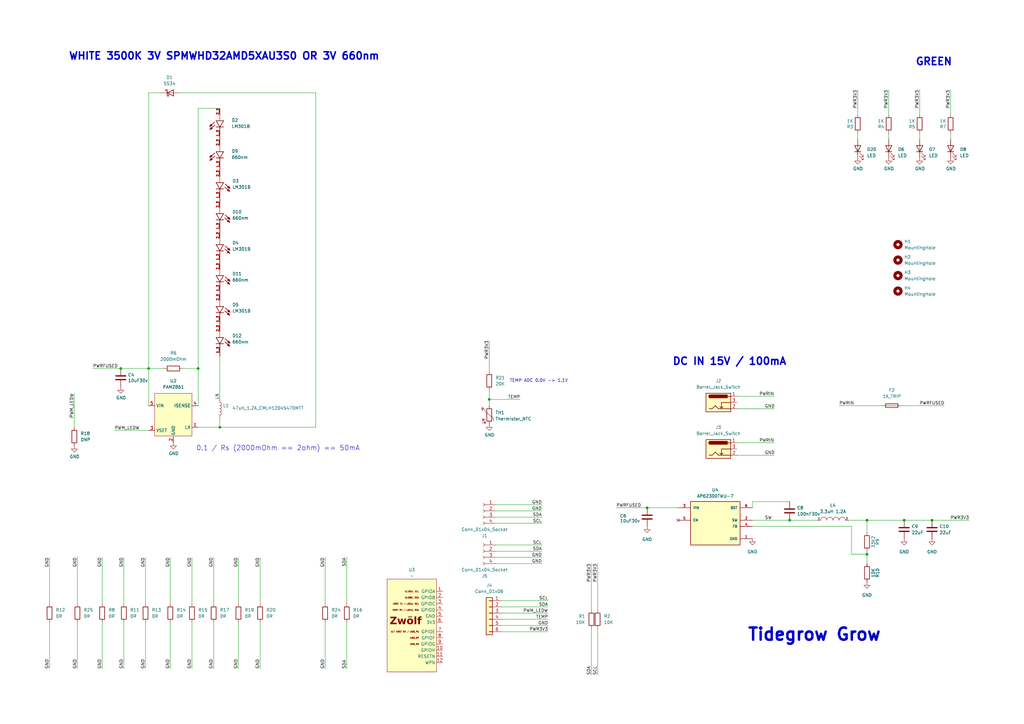
<source format=kicad_sch>
(kicad_sch (version 20231120) (generator "eeschema") (generator_version "8.0")
  (paper "A3")
  (title_block (title "Tidegrow Grow Light") (date "2024-04-19") (rev "V1") (company "Copyright © 2024 Lone Dynamics Corporation"))
  (lib_symbols
    (symbol "Connector:Barrel_Jack_Switch" (pin_names hide)
      (property "Reference" "J" (at 0 5.334 0))
      (property "Value" "Barrel_Jack_Switch" (at 0 -5.08 0))
      (symbol "Barrel_Jack_Switch_0_1"
        (rectangle (start -5.08 3.81) (end 5.08 -3.81) (stroke (width 0.254)) (fill (type background)))
        (arc (start -3.302 3.175) (mid -3.9343 2.54) (end -3.302 1.905) (stroke (width 0.254)))
        (arc (start -3.302 3.175) (mid -3.9343 2.54) (end -3.302 1.905) (stroke (width 0.254)) (fill (type outline)))
        (polyline (pts (xy 1.27 -2.286) (xy 1.905 -1.651)) (stroke (width 0.254)))
        (polyline (pts (xy 5.08 2.54) (xy 3.81 2.54)) (stroke (width 0.254)))
        (polyline (pts (xy 5.08 0) (xy 1.27 0) (xy 1.27 -2.286) (xy 0.635 -1.651)) (stroke (width 0.254)))
        (polyline (pts (xy -3.81 -2.54) (xy -2.54 -2.54) (xy -1.27 -1.27) (xy 0 -2.54) (xy 2.54 -2.54) (xy 5.08 -2.54)) (stroke (width 0.254)))
        (rectangle (start 3.683 3.175) (end -3.302 1.905) (stroke (width 0.254)) (fill (type outline)))
      )
      (symbol "Barrel_Jack_Switch_1_1"
        (pin passive line (at 7.62 2.54 180) (length 2.54) (name "~") (number "1"))
        (pin passive line (at 7.62 -2.54 180) (length 2.54) (name "~") (number "2"))
        (pin passive line (at 7.62 0 180) (length 2.54) (name "~") (number "3"))
      )
    )
    (symbol "Connector:Conn_01x04_Socket" (pin_names (offset 1.016) hide)
      (property "Reference" "J" (at 0 5.08 0))
      (property "Value" "Conn_01x04_Socket" (at 0 -7.62 0))
      (symbol "Conn_01x04_Socket_1_1"
        (arc (start 0 -4.572) (mid -0.5058 -5.08) (end 0 -5.588) (stroke (width 0.1524)))
        (arc (start 0 -2.032) (mid -0.5058 -2.54) (end 0 -3.048) (stroke (width 0.1524)))
        (polyline (pts (xy -1.27 -5.08) (xy -0.508 -5.08)) (stroke (width 0.1524)))
        (polyline (pts (xy -1.27 -2.54) (xy -0.508 -2.54)) (stroke (width 0.1524)))
        (polyline (pts (xy -1.27 0) (xy -0.508 0)) (stroke (width 0.1524)))
        (polyline (pts (xy -1.27 2.54) (xy -0.508 2.54)) (stroke (width 0.1524)))
        (arc (start 0 0.508) (mid -0.5058 0) (end 0 -0.508) (stroke (width 0.1524)))
        (arc (start 0 3.048) (mid -0.5058 2.54) (end 0 2.032) (stroke (width 0.1524)))
        (pin passive line (at -5.08 2.54 0) (length 3.81) (name "Pin_1") (number "1"))
        (pin passive line (at -5.08 0 0) (length 3.81) (name "Pin_2") (number "2"))
        (pin passive line (at -5.08 -2.54 0) (length 3.81) (name "Pin_3") (number "3"))
        (pin passive line (at -5.08 -5.08 0) (length 3.81) (name "Pin_4") (number "4"))
      )
    )
    (symbol "Connector_Generic:Conn_01x06" (pin_names (offset 1.016) hide)
      (property "Reference" "J" (at 0 7.62 0))
      (property "Value" "Conn_01x06" (at 0 -10.16 0))
      (symbol "Conn_01x06_1_1"
        (rectangle (start -1.27 -7.493) (end 0 -7.747) (stroke (width 0.1524)))
        (rectangle (start -1.27 -4.953) (end 0 -5.207) (stroke (width 0.1524)))
        (rectangle (start -1.27 -2.413) (end 0 -2.667) (stroke (width 0.1524)))
        (rectangle (start -1.27 0.127) (end 0 -0.127) (stroke (width 0.1524)))
        (rectangle (start -1.27 2.667) (end 0 2.413) (stroke (width 0.1524)))
        (rectangle (start -1.27 5.207) (end 0 4.953) (stroke (width 0.1524)))
        (rectangle (start -1.27 6.35) (end 1.27 -8.89) (stroke (width 0.254)) (fill (type background)))
        (pin passive line (at -5.08 5.08 0) (length 3.81) (name "Pin_1") (number "1"))
        (pin passive line (at -5.08 2.54 0) (length 3.81) (name "Pin_2") (number "2"))
        (pin passive line (at -5.08 0 0) (length 3.81) (name "Pin_3") (number "3"))
        (pin passive line (at -5.08 -2.54 0) (length 3.81) (name "Pin_4") (number "4"))
        (pin passive line (at -5.08 -5.08 0) (length 3.81) (name "Pin_5") (number "5"))
        (pin passive line (at -5.08 -7.62 0) (length 3.81) (name "Pin_6") (number "6"))
      )
    )
    (symbol "Device:C" (pin_numbers hide) (pin_names (offset 0.254))
      (property "Reference" "C" (at 0.635 2.54 0))
      (property "Value" "C" (at 0.635 -2.54 0))
      (symbol "C_0_1"
        (polyline (pts (xy -2.032 -0.762) (xy 2.032 -0.762)) (stroke (width 0.508)))
        (polyline (pts (xy -2.032 0.762) (xy 2.032 0.762)) (stroke (width 0.508)))
      )
      (symbol "C_1_1"
        (pin passive line (at 0 3.81 270) (length 2.794) (name "~") (number "1"))
        (pin passive line (at 0 -3.81 90) (length 2.794) (name "~") (number "2"))
      )
    )
    (symbol "Device:D_Schottky" (pin_numbers hide) (pin_names (offset 1.016) hide)
      (property "Reference" "D" (at 0 2.54 0))
      (property "Value" "D_Schottky" (at 0 -2.54 0))
      (symbol "D_Schottky_0_1"
        (polyline (pts (xy 1.27 0) (xy -1.27 0)))
        (polyline (pts (xy 1.27 1.27) (xy 1.27 -1.27) (xy -1.27 0) (xy 1.27 1.27)) (stroke (width 0.254)))
        (polyline (pts (xy -1.905 0.635) (xy -1.905 1.27) (xy -1.27 1.27) (xy -1.27 -1.27) (xy -0.635 -1.27) (xy -0.635 -0.635)) (stroke (width 0.254)))
      )
      (symbol "D_Schottky_1_1"
        (pin passive line (at -3.81 0 0) (length 2.54) (name "K") (number "1"))
        (pin passive line (at 3.81 0 180) (length 2.54) (name "A") (number "2"))
      )
    )
    (symbol "Device:Fuse" (pin_numbers hide) (pin_names (offset 0))
      (property "Reference" "F" (at 2.032 0 90))
      (property "Value" "Fuse" (at -1.905 0 90))
      (symbol "Fuse_0_1"
        (rectangle (start -0.762 -2.54) (end 0.762 2.54) (stroke (width 0.254)))
        (polyline (pts (xy 0 2.54) (xy 0 -2.54)))
      )
      (symbol "Fuse_1_1"
        (pin passive line (at 0 3.81 270) (length 1.27) (name "~") (number "1"))
        (pin passive line (at 0 -3.81 90) (length 1.27) (name "~") (number "2"))
      )
    )
    (symbol "Device:L" (pin_numbers hide) (pin_names (offset 1.016) hide)
      (property "Reference" "L" (at -1.27 0 90))
      (property "Value" "L" (at 1.905 0 90))
      (symbol "L_0_1"
        (arc (start 0 -2.54) (mid 0.6323 -1.905) (end 0 -1.27))
        (arc (start 0 -1.27) (mid 0.6323 -0.635) (end 0 0))
        (arc (start 0 0) (mid 0.6323 0.635) (end 0 1.27))
        (arc (start 0 1.27) (mid 0.6323 1.905) (end 0 2.54))
      )
      (symbol "L_1_1"
        (pin passive line (at 0 3.81 270) (length 1.27) (name "1") (number "1"))
        (pin passive line (at 0 -3.81 90) (length 1.27) (name "2") (number "2"))
      )
    )
    (symbol "Device:LED" (pin_numbers hide) (pin_names (offset 1.016) hide)
      (property "Reference" "D" (at 0 2.54 0))
      (property "Value" "LED" (at 0 -2.54 0))
      (symbol "LED_0_1"
        (polyline (pts (xy -1.27 -1.27) (xy -1.27 1.27)) (stroke (width 0.254)))
        (polyline (pts (xy -1.27 0) (xy 1.27 0)))
        (polyline (pts (xy 1.27 -1.27) (xy 1.27 1.27) (xy -1.27 0) (xy 1.27 -1.27)) (stroke (width 0.254)))
        (polyline (pts (xy -3.048 -0.762) (xy -4.572 -2.286) (xy -3.81 -2.286) (xy -4.572 -2.286) (xy -4.572 -1.524)))
        (polyline (pts (xy -1.778 -0.762) (xy -3.302 -2.286) (xy -2.54 -2.286) (xy -3.302 -2.286) (xy -3.302 -1.524)))
      )
      (symbol "LED_1_1"
        (pin passive line (at -3.81 0 0) (length 2.54) (name "K") (number "1"))
        (pin passive line (at 3.81 0 180) (length 2.54) (name "A") (number "2"))
      )
    )
    (symbol "Device:R" (pin_numbers hide) (pin_names (offset 0))
      (property "Reference" "R" (at 2.032 0 90))
      (property "Value" "R" (at 0 0 90))
      (symbol "R_0_1"
        (rectangle (start -1.016 -2.54) (end 1.016 2.54) (stroke (width 0.254)))
      )
      (symbol "R_1_1"
        (pin passive line (at 0 3.81 270) (length 1.27) (name "~") (number "1"))
        (pin passive line (at 0 -3.81 90) (length 1.27) (name "~") (number "2"))
      )
    )
    (symbol "Device:Thermistor_NTC" (pin_numbers hide) (pin_names (offset 0))
      (property "Reference" "TH" (at -4.445 0 90))
      (property "Value" "Thermistor_NTC" (at 3.175 0 90))
      (symbol "Thermistor_NTC_0_1"
        (arc (start -3.048 2.159) (mid -3.0495 2.3143) (end -3.175 2.413))
        (arc (start -3.048 2.159) (mid -2.9736 1.9794) (end -2.794 1.905))
        (arc (start -3.048 2.794) (mid -2.9736 2.6144) (end -2.794 2.54))
        (arc (start -2.794 1.905) (mid -2.6144 1.9794) (end -2.54 2.159))
        (arc (start -2.794 2.54) (mid -2.4393 2.5587) (end -2.159 2.794))
        (arc (start -2.794 3.048) (mid -2.9736 2.9736) (end -3.048 2.794))
        (arc (start -2.54 2.794) (mid -2.6144 2.9736) (end -2.794 3.048))
        (rectangle (start -1.016 2.54) (end 1.016 -2.54) (stroke (width 0.254)))
        (polyline (pts (xy -2.54 2.159) (xy -2.54 2.794)))
        (polyline (pts (xy -1.778 2.54) (xy -1.778 1.524) (xy 1.778 -1.524) (xy 1.778 -2.54)))
        (polyline (pts (xy -2.54 -3.683) (xy -2.54 -1.397) (xy -2.794 -2.159) (xy -2.286 -2.159) (xy -2.54 -1.397) (xy -2.54 -1.651)) (fill (type outline)))
        (polyline (pts (xy -1.778 -1.397) (xy -1.778 -3.683) (xy -2.032 -2.921) (xy -1.524 -2.921) (xy -1.778 -3.683) (xy -1.778 -3.429)) (fill (type outline)))
      )
      (symbol "Thermistor_NTC_1_1"
        (pin passive line (at 0 3.81 270) (length 1.27) (name "~") (number "1"))
        (pin passive line (at 0 -3.81 90) (length 1.27) (name "~") (number "2"))
      )
    )
    (symbol "LD-LEDS:SPMWHD32AMD5XAU0S0" (pin_names (offset 1.016))
      (property "Reference" "D" (at -3.0988 4.4958 0))
      (property "Value" "SPMWHD32AMD5XAU0S0" (at -3.556 -3.302 0))
      (symbol "SPMWHD32AMD5XAU0S0_0_0"
        (polyline (pts (xy -2.54 -1.524) (xy 0 0)) (stroke (width 0.254)))
        (polyline (pts (xy -2.54 0) (xy -5.08 0)) (stroke (width 0.1524)))
        (polyline (pts (xy -2.54 0) (xy -2.54 -1.524)) (stroke (width 0.254)))
        (polyline (pts (xy -2.54 1.524) (xy -2.54 0)) (stroke (width 0.254)))
        (polyline (pts (xy -1.1176 3.683) (xy -0.2286 4.1656)) (stroke (width 0.254)))
        (polyline (pts (xy -0.9398 3.6068) (xy -0.7112 3.7592)) (stroke (width 0.254)))
        (polyline (pts (xy -0.5588 3.2004) (xy -1.1176 3.683)) (stroke (width 0.254)))
        (polyline (pts (xy -0.5588 3.2004) (xy -0.5334 3.937)) (stroke (width 0.254)))
        (polyline (pts (xy -0.5334 3.937) (xy -0.6604 3.937)) (stroke (width 0.254)))
        (polyline (pts (xy -0.2286 4.1656) (xy -2.0066 2.1336)) (stroke (width 0.254)))
        (polyline (pts (xy -0.2286 4.1656) (xy -0.5588 3.2004)) (stroke (width 0.254)))
        (polyline (pts (xy 0 0) (xy -2.54 1.524)) (stroke (width 0.254)))
        (polyline (pts (xy 0 1.524) (xy 0 -1.524)) (stroke (width 0.254)))
        (polyline (pts (xy 0.127 3.5814) (xy 1.016 4.064)) (stroke (width 0.254)))
        (polyline (pts (xy 0.3048 3.5052) (xy 0.5334 3.6576)) (stroke (width 0.254)))
        (polyline (pts (xy 0.6858 3.0988) (xy 0.127 3.5814)) (stroke (width 0.254)))
        (polyline (pts (xy 0.6858 3.0988) (xy 0.7112 3.8354)) (stroke (width 0.254)))
        (polyline (pts (xy 0.7112 3.8354) (xy 0.5842 3.8354)) (stroke (width 0.254)))
        (polyline (pts (xy 1.016 4.064) (xy -0.762 2.032)) (stroke (width 0.254)))
        (polyline (pts (xy 1.016 4.064) (xy 0.6858 3.0988)) (stroke (width 0.254)))
        (pin passive line (at 5.08 0 180) (length 5.08) (name "~") (number "1_1"))
        (pin passive line (at 5.08 0 180) (length 5.08) (name "~") (number "1_2"))
        (pin passive line (at -7.62 0 0) (length 2.54) (name "~") (number "2_1"))
        (pin passive line (at -7.62 0 0) (length 2.54) (name "~") (number "2_2"))
      )
    )
    (symbol "LD-MISC:PAM2861"
      (property "Reference" "U" (at -2.54 7.366 0))
      (property "Value" "PAM2861" (at -0.254 4.572 0))
      (symbol "PAM2861_0_1"
        (rectangle (start -7.62 6.35) (end 7.62 -11.176) (fill (type background)))
      )
      (symbol "PAM2861_1_1"
        (pin input line (at 10.16 -7.62 180) (length 2.54) (name "LX") (number "1"))
        (pin power_in line (at 0 -13.97 90) (length 2.54) (name "GND") (number "2"))
        (pin power_out line (at -10.16 -8.89 0) (length 2.54) (name "VSET") (number "3"))
        (pin power_in line (at 10.16 1.27 180) (length 2.54) (name "ISENSE") (number "4"))
        (pin power_in line (at -10.16 1.27 0) (length 2.54) (name "VIN") (number "5"))
      )
    )
    (symbol "LD-MODULES:LD-ZWOLF"
      (property "Reference" "U" (at 0 8.128 0))
      (symbol "LD-ZWOLF_1_1"
        (rectangle (start -10.16 10.16) (end 10.16 -27.94) (fill (type background)))
        (text "ALT HOST RX / USB_PU" (at 3.048 -11.43 0) (effects (font (size 0.635 0.635)) (justify right)))
        (text "GLOBAL SCL" (at 3.048 5.08 0) (effects (font (size 0.635 0.635) (bold yes)) (justify right)))
        (text "GLOBAL SDA" (at 3.048 2.54 0) (effects (font (size 0.635 0.635)) (justify right)))
        (text "HOST RX / LOCAL SDA" (at 3.048 -2.54 0) (effects (font (size 0.635 0.635)) (justify right)))
        (text "HOST TX / LOCAL SCL" (at 3.048 0 0) (effects (font (size 0.635 0.635)) (justify right)))
        (text "USB_DN" (at 3.048 -16.51 0) (effects (font (size 0.635 0.635)) (justify right)))
        (text "USB_DP" (at 3.048 -13.97 0) (effects (font (size 0.635 0.635)) (justify right)))
        (text "Zwölf" (at -2.54 -7.112 0) (effects (font (size 3 3))))
        (pin bidirectional line (at 12.7 5.08 180) (length 2.54) (name "GPIOA") (number "1"))
        (pin bidirectional line (at 12.7 -19.05 180) (length 2.54) (name "GPIOH") (number "10"))
        (pin input line (at 12.7 -21.59 180) (length 2.54) (name "RESETN") (number "11"))
        (pin input line (at 12.7 -24.13 180) (length 2.54) (name "WPN") (number "12"))
        (pin bidirectional line (at 12.7 2.54 180) (length 2.54) (name "GPIOB") (number "2"))
        (pin bidirectional line (at 12.7 0 180) (length 2.54) (name "GPIOC") (number "3"))
        (pin bidirectional line (at 12.7 -2.54 180) (length 2.54) (name "GPIOD") (number "4"))
        (pin power_out line (at 12.7 -5.08 180) (length 2.54) (name "GND") (number "5"))
        (pin power_in line (at 12.7 -7.62 180) (length 2.54) (name "3V3") (number "6"))
        (pin bidirectional line (at 12.7 -11.43 180) (length 2.54) (name "GPIOE") (number "7"))
        (pin bidirectional line (at 12.7 -13.97 180) (length 2.54) (name "GPIOF") (number "8"))
        (pin bidirectional line (at 12.7 -16.51 180) (length 2.54) (name "GPIOG") (number "9"))
      )
    )
    (symbol "Mechanical:MountingHole" (pin_names (offset 1.016)) (exclude_from_sim yes) (in_bom no)
      (property "Reference" "H" (at 0 5.08 0))
      (property "Value" "MountingHole" (at 0 3.175 0))
      (symbol "MountingHole_0_1"
        (circle (center 0 0) (radius 1.27) (stroke (width 1.27)))
      )
    )
    (symbol "ld-power:AP62300TWU-7" (pin_names (offset 1.016))
      (property "Reference" "U" (at -10.16 8.382 0))
      (property "Value" "AP62300TWU-7" (at -10.16 -12.7 0))
      (symbol "AP62300TWU-7_0_0"
        (rectangle (start -10.16 -10.16) (end 10.16 7.62) (stroke (width 0.254)) (fill (type background)))
        (pin power_in line (at 15.24 -7.62 180) (length 5.08) (name "GND") (number "1"))
        (pin output line (at 15.24 0 180) (length 5.08) (name "SW") (number "2"))
        (pin input line (at -15.24 5.08 0) (length 5.08) (name "VIN") (number "3"))
        (pin input line (at 15.24 -2.54 180) (length 5.08) (name "FB") (number "4"))
        (pin input line (at -15.24 0 0) (length 5.08) (name "EN") (number "5"))
        (pin input line (at 15.24 5.08 180) (length 5.08) (name "BST") (number "6"))
      )
    )
    (symbol "power:GND" (power) (pin_names (offset 0))
      (property "Value" "GND" (at 0 -3.81 0))
      (symbol "GND_0_1"
        (polyline (pts (xy 0 0) (xy 0 -1.27) (xy 1.27 -1.27) (xy 0 -2.54) (xy -1.27 -1.27) (xy 0 -1.27)))
      )
      (symbol "GND_1_1"
        (pin power_in line (at 0 0 270) (length 0) hide (name "GND") (number "1"))
      )
    )
    (symbol "pspice:INDUCTOR" (pin_numbers hide) (pin_names (offset 0))
      (property "Reference" "L" (at 0 2.54 0))
      (property "Value" "INDUCTOR" (at 0 -1.27 0))
      (symbol "INDUCTOR_0_1"
        (arc (start -2.54 0) (mid -3.81 1.2645) (end -5.08 0))
        (arc (start 0 0) (mid -1.27 1.2645) (end -2.54 0))
        (arc (start 2.54 0) (mid 1.27 1.2645) (end 0 0))
        (arc (start 5.08 0) (mid 3.81 1.2645) (end 2.54 0))
      )
      (symbol "INDUCTOR_1_1"
        (pin input line (at -6.35 0 0) (length 1.27) (name "1") (number "1"))
        (pin input line (at 6.35 0 180) (length 1.27) (name "2") (number "2"))
      )
    )
  )
  (junction (at 81.28 151.13))
  (junction (at 370.84 213.36))
  (junction (at 355.6 227.33))
  (junction (at 60.96 151.13))
  (junction (at 200.66 163.83))
  (junction (at 90.17 175.26))
  (junction (at 265.43 208.28))
  (junction (at 355.6 213.36))
  (junction (at 382.27 213.36))
  (junction (at 49.53 151.13))
  (junction (at 323.85 213.36))
  (no_connect (at 278.13 213.36))
  (wire (pts (xy 30.48 161.29) (xy 30.48 175.26)))
  (wire (pts (xy 200.66 139.7) (xy 200.66 152.4)))
  (wire (pts (xy 81.28 175.26) (xy 90.17 175.26)))
  (wire (pts (xy 351.79 36.83) (xy 351.79 46.99)))
  (wire (pts (xy 382.27 213.36) (xy 397.51 213.36)))
  (wire (pts (xy 50.8 274.32) (xy 50.8 255.27)))
  (wire (pts (xy 245.11 250.19) (xy 245.11 231.14)))
  (wire (pts (xy 31.75 274.32) (xy 31.75 255.27)))
  (wire (pts (xy 364.49 36.83) (xy 364.49 46.99)))
  (wire (pts (xy 361.95 166.37) (xy 344.17 166.37)))
  (wire (pts (xy 355.6 213.36) (xy 355.6 218.44)))
  (wire (pts (xy 224.79 259.08) (xy 205.74 259.08)))
  (wire (pts (xy 224.79 251.46) (xy 205.74 251.46)))
  (wire (pts (xy 222.25 214.63) (xy 203.2 214.63)))
  (wire (pts (xy 323.85 213.36) (xy 335.28 213.36)))
  (wire (pts (xy 106.68 228.6) (xy 106.68 247.65)))
  (wire (pts (xy 87.63 274.32) (xy 87.63 255.27)))
  (wire (pts (xy 355.6 226.06) (xy 355.6 227.33)))
  (wire (pts (xy 97.79 274.32) (xy 97.79 255.27)))
  (wire (pts (xy 389.89 54.61) (xy 389.89 57.15)))
  (wire (pts (xy 222.25 207.01) (xy 203.2 207.01)))
  (wire (pts (xy 265.43 208.28) (xy 278.13 208.28)))
  (wire (pts (xy 224.79 248.92) (xy 205.74 248.92)))
  (wire (pts (xy 349.25 215.9) (xy 349.25 227.33)))
  (wire (pts (xy 69.85 228.6) (xy 69.85 247.65)))
  (wire (pts (xy 302.26 162.56) (xy 317.5 162.56)))
  (wire (pts (xy 41.91 228.6) (xy 41.91 247.65)))
  (wire (pts (xy 78.74 274.32) (xy 78.74 255.27)))
  (wire (pts (xy 20.32 228.6) (xy 20.32 247.65)))
  (wire (pts (xy 302.26 186.69) (xy 317.5 186.69)))
  (wire (pts (xy 59.69 274.32) (xy 59.69 255.27)))
  (wire (pts (xy 20.32 274.32) (xy 20.32 255.27)))
  (wire (pts (xy 302.26 181.61) (xy 317.5 181.61)))
  (wire (pts (xy 81.28 151.13) (xy 74.93 151.13)))
  (wire (pts (xy 389.89 36.83) (xy 389.89 46.99)))
  (wire (pts (xy 308.61 205.74) (xy 308.61 208.28)))
  (wire (pts (xy 222.25 231.14) (xy 203.2 231.14)))
  (wire (pts (xy 222.25 212.09) (xy 203.2 212.09)))
  (wire (pts (xy 355.6 213.36) (xy 370.84 213.36)))
  (wire (pts (xy 302.26 167.64) (xy 317.5 167.64)))
  (wire (pts (xy 222.25 209.55) (xy 203.2 209.55)))
  (wire (pts (xy 38.1 151.13) (xy 49.53 151.13)))
  (wire (pts (xy 90.17 175.26) (xy 90.17 171.45)))
  (wire (pts (xy 242.57 276.86) (xy 242.57 257.81)))
  (wire (pts (xy 78.74 228.6) (xy 78.74 247.65)))
  (wire (pts (xy 60.96 38.1) (xy 60.96 151.13)))
  (wire (pts (xy 69.85 274.32) (xy 69.85 255.27)))
  (wire (pts (xy 245.11 276.86) (xy 245.11 257.81)))
  (wire (pts (xy 41.91 274.32) (xy 41.91 255.27)))
  (wire (pts (xy 60.96 166.37) (xy 60.96 151.13)))
  (wire (pts (xy 224.79 254) (xy 205.74 254)))
  (wire (pts (xy 50.8 228.6) (xy 50.8 247.65)))
  (wire (pts (xy 308.61 215.9) (xy 349.25 215.9)))
  (wire (pts (xy 59.69 228.6) (xy 59.69 247.65)))
  (wire (pts (xy 106.68 274.32) (xy 106.68 255.27)))
  (wire (pts (xy 66.04 38.1) (xy 60.96 38.1)))
  (wire (pts (xy 60.96 151.13) (xy 67.31 151.13)))
  (wire (pts (xy 200.66 160.02) (xy 200.66 163.83)))
  (wire (pts (xy 308.61 213.36) (xy 323.85 213.36)))
  (wire (pts (xy 81.28 166.37) (xy 81.28 151.13)))
  (wire (pts (xy 242.57 250.19) (xy 242.57 231.14)))
  (wire (pts (xy 200.66 163.83) (xy 213.36 163.83)))
  (wire (pts (xy 369.57 166.37) (xy 387.35 166.37)))
  (wire (pts (xy 73.66 38.1) (xy 129.54 38.1)))
  (wire (pts (xy 364.49 54.61) (xy 364.49 57.15)))
  (wire (pts (xy 370.84 213.36) (xy 382.27 213.36)))
  (wire (pts (xy 31.75 228.6) (xy 31.75 247.65)))
  (wire (pts (xy 252.73 208.28) (xy 265.43 208.28)))
  (wire (pts (xy 200.66 163.83) (xy 200.66 166.37)))
  (wire (pts (xy 46.99 176.53) (xy 60.96 176.53)))
  (wire (pts (xy 377.19 36.83) (xy 377.19 46.99)))
  (wire (pts (xy 224.79 246.38) (xy 205.74 246.38)))
  (wire (pts (xy 87.63 228.6) (xy 87.63 247.65)))
  (wire (pts (xy 222.25 223.52) (xy 203.2 223.52)))
  (wire (pts (xy 349.25 227.33) (xy 355.6 227.33)))
  (wire (pts (xy 81.28 44.45) (xy 81.28 151.13)))
  (wire (pts (xy 142.24 274.32) (xy 142.24 255.27)))
  (wire (pts (xy 347.98 213.36) (xy 355.6 213.36)))
  (wire (pts (xy 133.35 228.6) (xy 133.35 247.65)))
  (wire (pts (xy 222.25 226.06) (xy 203.2 226.06)))
  (wire (pts (xy 90.17 146.05) (xy 90.17 163.83)))
  (wire (pts (xy 377.19 54.61) (xy 377.19 57.15)))
  (wire (pts (xy 142.24 228.6) (xy 142.24 247.65)))
  (wire (pts (xy 133.35 274.32) (xy 133.35 255.27)))
  (wire (pts (xy 355.6 227.33) (xy 355.6 231.14)))
  (wire (pts (xy 129.54 175.26) (xy 90.17 175.26)))
  (wire (pts (xy 222.25 228.6) (xy 203.2 228.6)))
  (wire (pts (xy 351.79 54.61) (xy 351.79 57.15)))
  (wire (pts (xy 49.53 151.13) (xy 60.96 151.13)))
  (wire (pts (xy 129.54 38.1) (xy 129.54 175.26)))
  (wire (pts (xy 97.79 228.6) (xy 97.79 247.65)))
  (wire (pts (xy 224.79 256.54) (xy 205.74 256.54)))
  (wire (pts (xy 81.28 44.45) (xy 90.17 44.45)))
  (wire (pts (xy 323.85 205.74) (xy 308.61 205.74)))
  (text "DC IN 15V / 100mA" (at 299.212 148.336 0) (effects (font (size 3 3) (thickness 0.6) (bold yes))))
  (text "TEMP ADC 0.0V -> 1.1V" (at 220.98 156.21 0) (effects (font (size 1.27 1.27))))
  (text "Tidegrow Grow" (at 334.01 260.35 0) (effects (font (size 5 5) (thickness 1) (bold yes))))
  (text "WHITE 3500K 3V SPMWHD32AMD5XAU3S0 OR 3V 660nm" (at 91.948 23.114 0) (effects (font (size 3 3) (thickness 0.6) (bold yes))))
  (text "0.1 / Rs (2000mOhm == 2ohm) == 50mA" (at 114.046 183.896 0) (effects (font (size 2 2))))
  (text "GREEN" (at 383.032 25.4 0) (effects (font (size 3 3) (thickness 0.6) (bold yes))))
  (label "SDA" (at 224.79 248.92 180))
  (label "SDA" (at 222.25 212.09 180))
  (label "PWR3V3" (at 200.66 147.32 90))
  (label "TEMP" (at 224.79 254 180))
  (label "PWRFUSED" (at 387.35 166.37 180))
  (label "GND" (at 50.8 228.6 270))
  (label "TEMP" (at 213.36 163.83 180))
  (label "SCL" (at 222.25 214.63 180))
  (label "GND" (at 59.69 274.32 90))
  (label "GND" (at 222.25 228.6 180))
  (label "PWR3V3" (at 245.11 231.14 270))
  (label "PWM_LEDW" (at 46.99 176.53 0))
  (label "PWRIN" (at 344.17 166.37 0))
  (label "GND" (at 133.35 228.6 270))
  (label "GND" (at 41.91 274.32 90))
  (label "PWR3V3" (at 377.19 36.83 270))
  (label "GND" (at 222.25 209.55 180))
  (label "GND" (at 41.91 228.6 270))
  (label "GND" (at 222.25 207.01 180))
  (label "GND" (at 31.75 274.32 90))
  (label "GND" (at 87.63 274.32 90))
  (label "GND" (at 106.68 228.6 270))
  (label "GND" (at 31.75 228.6 270))
  (label "SCL" (at 224.79 246.38 180))
  (label "SDA" (at 142.24 228.6 270))
  (label "GND" (at 87.63 228.6 270))
  (label "SCL" (at 245.11 276.86 90))
  (label "SCL" (at 222.25 223.52 180))
  (label "GND" (at 69.85 274.32 90))
  (label "GND" (at 97.79 274.32 90))
  (label "GND" (at 97.79 228.6 270))
  (label "PWM_LEDW" (at 224.79 251.46 180))
  (label "PWRIN" (at 317.5 181.61 180))
  (label "PWR3V3" (at 364.49 36.83 270))
  (label "GND" (at 78.74 274.32 90))
  (label "SDA" (at 142.24 274.32 90))
  (label "SW" (at 313.69 213.36 0))
  (label "GND" (at 313.69 167.64 0))
  (label "PWR3V3" (at 389.89 36.83 270))
  (label "GND" (at 222.25 231.14 180))
  (label "GND" (at 224.79 256.54 180))
  (label "LN" (at 90.17 163.83 90))
  (label "PWR3V3" (at 224.79 259.08 180))
  (label "GND" (at 59.69 228.6 270))
  (label "PWRIN" (at 317.5 162.56 180))
  (label "GND" (at 78.74 228.6 270))
  (label "GND" (at 20.32 228.6 270))
  (label "SDA" (at 222.25 226.06 180))
  (label "PWM_LEDW" (at 30.48 161.29 270))
  (label "PWRFUSED" (at 38.1 151.13 0))
  (label "GND" (at 50.8 274.32 90))
  (label "PWR3V3" (at 397.51 213.36 180))
  (label "GND" (at 20.32 274.32 90))
  (label "GND" (at 106.68 274.32 90))
  (label "PWR3V3" (at 242.57 231.14 270))
  (label "GND" (at 313.69 186.69 0))
  (label "PWR3V3" (at 351.79 36.83 270))
  (label "SDA" (at 242.57 276.86 90))
  (label "GND" (at 133.35 274.32 90))
  (label "PWRFUSED" (at 252.73 208.28 0))
  (label "GND" (at 69.85 228.6 270))
  (symbol (lib_id "Device:R") (at 69.85 251.46 0) (unit 1)
    (property "Reference" "R14" (at 72.39 250.1899 0) (effects (justify left)))
    (property "Value" "0R" (at 72.39 252.7299 0) (effects (justify left)))
    (property "Footprint" "Resistor_SMD:R_1206_3216Metric" (effects (hide yes)))
    (property "Description" "Resistor" (effects (hide yes)))
  )
  (symbol (lib_id "Device:R") (at 245.11 254 180) (unit 1)
    (property "Reference" "R2" (at 247.65 252.7299 0) (effects (justify right)))
    (property "Value" "10K" (at 247.65 255.2699 0) (effects (justify right)))
    (property "Footprint" "Resistor_SMD:R_0603_1608Metric" (effects (hide yes)))
    (property "Description" "Resistor" (effects (hide yes)))
  )
  (symbol (lib_id "LD-LEDS:SPMWHD32AMD5XAU0S0") (at 90.17 115.57 270) (unit 1)
    (property "Reference" "D11" (at 95.25 112.2933 90) (effects (justify left)))
    (property "Value" "660nm" (at 95.25 114.8333 90) (effects (justify left)))
    (property "Footprint" "LD-LEDS:LED_PLCC_2835_KBIG" (effects (hide yes)))
    (property "MF" "Samsung Semiconductor, Inc." (effects (hide yes)))
    (property "MAXIMUM_PACKAGE_HEIGHT" "0.75mm" (effects (hide yes)))
    (property "Package" "1212 Samsung Semiconductor," (effects (hide yes)))
    (property "Price" "None" (effects (hide yes)))
    (property "Check_prices" "https://www.snapeda.com/parts/SPMWHD32AMD5XAU0S0/Samsung+Semiconductor%252C+Inc./view-part/?ref=eda" (effects (hide yes)))
    (property "STANDARD" "Manufacturer Recommendations" (effects (hide yes)))
    (property "PARTREV" "8" (effects (hide yes)))
    (property "SnapEDA_Link" "https://www.snapeda.com/parts/SPMWHD32AMD5XAU0S0/Samsung+Semiconductor%252C+Inc./view-part/?ref=snap" (effects (hide yes)))
    (property "MP" "SPMWHD32AMD5XAU0S0" (effects (hide yes)))
    (property "Description_1" "\nLED Lighting LM301B White, Warm 3500K 2.75V 65mA 120° 1212 (3030 Metric)\n" (effects (hide yes)))
    (property "Availability" "In Stock" (effects (hide yes)))
    (property "MANUFACTURER" "Samsung" (effects (hide yes)))
  )
  (symbol (lib_id "LD-LEDS:SPMWHD32AMD5XAU0S0") (at 90.17 52.07 90) (mirror x) (unit 1)
    (property "Reference" "D2" (at 94.996 49.276 90) (effects (justify right)))
    (property "Value" "LM301B" (at 94.996 51.816 90) (effects (justify right)))
    (property "Footprint" "LD-LEDS:LED_SPMWHD32AMD5XAU0S0" (effects (hide yes)))
    (property "MF" "Samsung Semiconductor, Inc." (effects (hide yes)))
    (property "MAXIMUM_PACKAGE_HEIGHT" "0.75mm" (effects (hide yes)))
    (property "Package" "1212 Samsung Semiconductor," (effects (hide yes)))
    (property "Price" "None" (effects (hide yes)))
    (property "Check_prices" "https://www.snapeda.com/parts/SPMWHD32AMD5XAU0S0/Samsung+Semiconductor%252C+Inc./view-part/?ref=eda" (effects (hide yes)))
    (property "STANDARD" "Manufacturer Recommendations" (effects (hide yes)))
    (property "PARTREV" "8" (effects (hide yes)))
    (property "SnapEDA_Link" "https://www.snapeda.com/parts/SPMWHD32AMD5XAU0S0/Samsung+Semiconductor%252C+Inc./view-part/?ref=snap" (effects (hide yes)))
    (property "MP" "SPMWHD32AMD5XAU0S0" (effects (hide yes)))
    (property "Description_1" "\nLED Lighting LM301B White, Warm 3500K 2.75V 65mA 120° 1212 (3030 Metric)\n" (effects (hide yes)))
    (property "Availability" "In Stock" (effects (hide yes)))
    (property "MANUFACTURER" "Samsung" (effects (hide yes)))
  )
  (symbol (lib_id "Device:L") (at 90.17 167.64 0) (unit 1)
    (property "Reference" "L1" (at 91.44 166.3699 0) (effects (justify left)))
    (property "Value" "47uH_1.2A_CMLH1204S470MTT" (at 95.25 167.386 0) (effects (justify left)))
    (property "Footprint" "Inductor_SMD:L_SXN_SMDRI127" (effects (hide yes)))
    (property "Description" "Inductor" (effects (hide yes)))
  )
  (symbol (lib_id "Connector:Barrel_Jack_Switch") (at 294.64 184.15 0) (unit 1)
    (property "Reference" "J3" (at 294.64 175.26 0))
    (property "Value" "Barrel_Jack_Switch" (at 294.64 177.8 0))
    (property "Footprint" "Connector_BarrelJack:BarrelJack_Wuerth_694108106102_2.5x5.5mm" (effects (hide yes)))
    (property "Description" "DC Barrel Jack with an internal switch" (effects (hide yes)))
  )
  (symbol (lib_id "LD-LEDS:SPMWHD32AMD5XAU0S0") (at 90.17 140.97 270) (unit 1)
    (property "Reference" "D12" (at 95.25 137.6933 90) (effects (justify left)))
    (property "Value" "660nm" (at 95.25 140.2333 90) (effects (justify left)))
    (property "Footprint" "LD-LEDS:LED_PLCC_2835_KBIG" (effects (hide yes)))
    (property "MF" "Samsung Semiconductor, Inc." (effects (hide yes)))
    (property "MAXIMUM_PACKAGE_HEIGHT" "0.75mm" (effects (hide yes)))
    (property "Package" "1212 Samsung Semiconductor," (effects (hide yes)))
    (property "Price" "None" (effects (hide yes)))
    (property "Check_prices" "https://www.snapeda.com/parts/SPMWHD32AMD5XAU0S0/Samsung+Semiconductor%252C+Inc./view-part/?ref=eda" (effects (hide yes)))
    (property "STANDARD" "Manufacturer Recommendations" (effects (hide yes)))
    (property "PARTREV" "8" (effects (hide yes)))
    (property "SnapEDA_Link" "https://www.snapeda.com/parts/SPMWHD32AMD5XAU0S0/Samsung+Semiconductor%252C+Inc./view-part/?ref=snap" (effects (hide yes)))
    (property "MP" "SPMWHD32AMD5XAU0S0" (effects (hide yes)))
    (property "Description_1" "\nLED Lighting LM301B White, Warm 3500K 2.75V 65mA 120° 1212 (3030 Metric)\n" (effects (hide yes)))
    (property "Availability" "In Stock" (effects (hide yes)))
    (property "MANUFACTURER" "Samsung" (effects (hide yes)))
  )
  (symbol (lib_id "Connector:Barrel_Jack_Switch") (at 294.64 165.1 0) (unit 1)
    (property "Reference" "J2" (at 294.64 156.21 0))
    (property "Value" "Barrel_Jack_Switch" (at 294.64 158.75 0))
    (property "Footprint" "Connector_BarrelJack:BarrelJack_Wuerth_694108106102_2.5x5.5mm" (effects (hide yes)))
    (property "Description" "DC Barrel Jack with an internal switch" (effects (hide yes)))
  )
  (symbol (lib_id "LD-LEDS:SPMWHD32AMD5XAU0S0") (at 90.17 90.17 270) (unit 1)
    (property "Reference" "D10" (at 95.25 86.8933 90) (effects (justify left)))
    (property "Value" "660nm" (at 95.25 89.4333 90) (effects (justify left)))
    (property "Footprint" "LD-LEDS:LED_PLCC_2835_KBIG" (effects (hide yes)))
    (property "MF" "Samsung Semiconductor, Inc." (effects (hide yes)))
    (property "MAXIMUM_PACKAGE_HEIGHT" "0.75mm" (effects (hide yes)))
    (property "Package" "1212 Samsung Semiconductor," (effects (hide yes)))
    (property "Price" "None" (effects (hide yes)))
    (property "Check_prices" "https://www.snapeda.com/parts/SPMWHD32AMD5XAU0S0/Samsung+Semiconductor%252C+Inc./view-part/?ref=eda" (effects (hide yes)))
    (property "STANDARD" "Manufacturer Recommendations" (effects (hide yes)))
    (property "PARTREV" "8" (effects (hide yes)))
    (property "SnapEDA_Link" "https://www.snapeda.com/parts/SPMWHD32AMD5XAU0S0/Samsung+Semiconductor%252C+Inc./view-part/?ref=snap" (effects (hide yes)))
    (property "MP" "SPMWHD32AMD5XAU0S0" (effects (hide yes)))
    (property "Description_1" "\nLED Lighting LM301B White, Warm 3500K 2.75V 65mA 120° 1212 (3030 Metric)\n" (effects (hide yes)))
    (property "Availability" "In Stock" (effects (hide yes)))
    (property "MANUFACTURER" "Samsung" (effects (hide yes)))
  )
  (symbol (lib_id "Device:R") (at 364.49 50.8 180) (unit 1)
    (property "Reference" "R4" (at 362.712 51.9684 0) (effects (justify left)))
    (property "Value" "1K" (at 362.712 49.657 0) (effects (justify left)))
    (property "Footprint" "Resistor_SMD:R_0603_1608Metric" (effects (hide yes)))
  )
  (symbol (lib_id "power:GND") (at 382.27 220.98 0) (unit 1)
    (property "Reference" "#PWR024" (effects (hide yes)))
    (property "Value" "GND" (at 382.27 226.314 0))
  )
  (symbol (lib_id "LD-LEDS:SPMWHD32AMD5XAU0S0") (at 90.17 128.27 270) (unit 1)
    (property "Reference" "D5" (at 95.25 124.9933 90) (effects (justify left)))
    (property "Value" "LM301B" (at 95.25 127.5333 90) (effects (justify left)))
    (property "Footprint" "LD-LEDS:LED_SPMWHD32AMD5XAU0S0" (effects (hide yes)))
    (property "MF" "Samsung Semiconductor, Inc." (effects (hide yes)))
    (property "MAXIMUM_PACKAGE_HEIGHT" "0.75mm" (effects (hide yes)))
    (property "Package" "1212 Samsung Semiconductor," (effects (hide yes)))
    (property "Price" "None" (effects (hide yes)))
    (property "Check_prices" "https://www.snapeda.com/parts/SPMWHD32AMD5XAU0S0/Samsung+Semiconductor%252C+Inc./view-part/?ref=eda" (effects (hide yes)))
    (property "STANDARD" "Manufacturer Recommendations" (effects (hide yes)))
    (property "PARTREV" "8" (effects (hide yes)))
    (property "SnapEDA_Link" "https://www.snapeda.com/parts/SPMWHD32AMD5XAU0S0/Samsung+Semiconductor%252C+Inc./view-part/?ref=snap" (effects (hide yes)))
    (property "MP" "SPMWHD32AMD5XAU0S0" (effects (hide yes)))
    (property "Description_1" "\nLED Lighting LM301B White, Warm 3500K 2.75V 65mA 120° 1212 (3030 Metric)\n" (effects (hide yes)))
    (property "Availability" "In Stock" (effects (hide yes)))
    (property "MANUFACTURER" "Samsung" (effects (hide yes)))
  )
  (symbol (lib_id "ld-power:AP62300TWU-7") (at 293.37 213.36 0) (unit 1)
    (property "Reference" "U4" (at 293.37 200.914 0))
    (property "Value" "AP62300TWU-7" (at 293.37 203.454 0))
    (property "Footprint" "Package_TO_SOT_SMD:TSOT-23-6" (effects (hide yes)))
    (property "STANDARD" "IPC 7351B" (effects (hide yes)))
    (property "SNAPEDA_PN" "AP62300TWU-7" (effects (hide yes)))
    (property "PARTREV" "Rev. 3 - 2" (effects (hide yes)))
    (property "MANUFACTURER" "Diodes Inc." (effects (hide yes)))
    (property "MAXIMUM_PACKAGE_HEIGHT" "1.0mm" (effects (hide yes)))
  )
  (symbol (lib_id "Device:Fuse") (at 365.76 166.37 90) (unit 1)
    (property "Reference" "F2" (at 365.76 160.02 90))
    (property "Value" "1A_TRIP" (at 365.76 162.56 90))
    (property "Footprint" "Fuse:Fuse_1210_3225Metric" (effects (hide yes)))
    (property "Description" "Fuse" (effects (hide yes)))
  )
  (symbol (lib_id "Device:LED") (at 377.19 60.96 90) (unit 1)
    (property "Reference" "D7" (at 381 61.2774 90) (effects (justify right)))
    (property "Value" "LED" (at 381 63.8174 90) (effects (justify right)))
    (property "Footprint" "LED_SMD:LED_1206_3216Metric" (effects (hide yes)))
    (property "Description" "Light emitting diode" (effects (hide yes)))
  )
  (symbol (lib_id "Device:D_Schottky") (at 69.85 38.1 0) (unit 1)
    (property "Reference" "D1" (at 69.5325 31.75 0))
    (property "Value" "SS34" (at 69.5325 34.29 0))
    (property "Footprint" "Diode_SMD:D_SMA" (effects (hide yes)))
    (property "Description" "Schottky diode" (effects (hide yes)))
  )
  (symbol (lib_id "Device:R") (at 355.6 234.95 180) (unit 1)
    (property "Reference" "R10" (at 359.918 234.95 90))
    (property "Value" "10K" (at 358.14 234.95 90))
    (property "Footprint" "Capacitor_SMD:C_0603_1608Metric" (effects (hide yes)))
  )
  (symbol (lib_id "Connector_Generic:Conn_01x06") (at 200.66 251.46 0) (mirror y) (unit 1)
    (property "Reference" "J4" (at 200.66 240.03 0))
    (property "Value" "Conn_01x06" (at 200.66 242.57 0))
    (property "Footprint" "LD-CONNECTORS:SPRING-MALE-6P-TIGHTHOLES" (effects (hide yes)))
    (property "Description" "Generic connector, single row, 01x06, script generated (kicad-library-utils/schlib/autogen/connector/)" (effects (hide yes)))
  )
  (symbol (lib_id "Device:C") (at 382.27 217.17 0) (unit 1)
    (property "Reference" "C10" (at 385.318 215.8999 0) (effects (justify left)))
    (property "Value" "22uF" (at 385.318 218.4399 0) (effects (justify left)))
    (property "Footprint" "Capacitor_SMD:C_0603_1608Metric" (effects (hide yes)))
  )
  (symbol (lib_id "Device:R") (at 142.24 251.46 0) (unit 1)
    (property "Reference" "R16" (at 144.78 250.1899 0) (effects (justify left)))
    (property "Value" "0R" (at 144.78 252.7299 0) (effects (justify left)))
    (property "Footprint" "Capacitor_SMD:C_0603_1608Metric" (effects (hide yes)))
    (property "Description" "Resistor" (effects (hide yes)))
  )
  (symbol (lib_id "pspice:INDUCTOR") (at 341.63 213.36 0) (unit 1)
    (property "Reference" "L4" (at 341.63 207.264 0))
    (property "Value" "3.3uH 1.2A" (at 341.63 209.804 0))
    (property "Footprint" "Inductor_SMD:L_1210_3225Metric" (effects (hide yes)))
  )
  (symbol (lib_id "power:GND") (at 377.19 64.77 0) (unit 1)
    (property "Reference" "#PWR2" (effects (hide yes)))
    (property "Value" "GND" (at 377.317 69.1642 0))
  )
  (symbol (lib_id "power:GND") (at 308.61 220.98 0) (unit 1)
    (property "Reference" "#PWR015" (effects (hide yes)))
    (property "Value" "GND" (at 308.61 226.314 0))
  )
  (symbol (lib_id "LD-LEDS:SPMWHD32AMD5XAU0S0") (at 90.17 77.47 270) (unit 1)
    (property "Reference" "D3" (at 95.25 74.1933 90) (effects (justify left)))
    (property "Value" "LM301B" (at 95.25 76.7333 90) (effects (justify left)))
    (property "Footprint" "LD-LEDS:LED_SPMWHD32AMD5XAU0S0" (effects (hide yes)))
    (property "MF" "Samsung Semiconductor, Inc." (effects (hide yes)))
    (property "MAXIMUM_PACKAGE_HEIGHT" "0.75mm" (effects (hide yes)))
    (property "Package" "1212 Samsung Semiconductor," (effects (hide yes)))
    (property "Price" "None" (effects (hide yes)))
    (property "Check_prices" "https://www.snapeda.com/parts/SPMWHD32AMD5XAU0S0/Samsung+Semiconductor%252C+Inc./view-part/?ref=eda" (effects (hide yes)))
    (property "STANDARD" "Manufacturer Recommendations" (effects (hide yes)))
    (property "PARTREV" "8" (effects (hide yes)))
    (property "SnapEDA_Link" "https://www.snapeda.com/parts/SPMWHD32AMD5XAU0S0/Samsung+Semiconductor%252C+Inc./view-part/?ref=snap" (effects (hide yes)))
    (property "MP" "SPMWHD32AMD5XAU0S0" (effects (hide yes)))
    (property "Description_1" "\nLED Lighting LM301B White, Warm 3500K 2.75V 65mA 120° 1212 (3030 Metric)\n" (effects (hide yes)))
    (property "Availability" "In Stock" (effects (hide yes)))
    (property "MANUFACTURER" "Samsung" (effects (hide yes)))
  )
  (symbol (lib_id "Device:R") (at 41.91 251.46 0) (unit 1)
    (property "Reference" "R8" (at 44.45 250.1899 0) (effects (justify left)))
    (property "Value" "0R" (at 44.45 252.7299 0) (effects (justify left)))
    (property "Footprint" "Resistor_SMD:R_1206_3216Metric" (effects (hide yes)))
    (property "Description" "Resistor" (effects (hide yes)))
  )
  (symbol (lib_id "Device:R") (at 97.79 251.46 0) (unit 1)
    (property "Reference" "R19" (at 100.33 250.1899 0) (effects (justify left)))
    (property "Value" "0R" (at 100.33 252.7299 0) (effects (justify left)))
    (property "Footprint" "Resistor_SMD:R_1206_3216Metric" (effects (hide yes)))
    (property "Description" "Resistor" (effects (hide yes)))
  )
  (symbol (lib_id "LD-MISC:PAM2861") (at 71.12 167.64 0) (unit 1)
    (property "Reference" "U2" (at 71.12 156.21 0))
    (property "Value" "PAM2861" (at 71.12 158.75 0))
    (property "Footprint" "Package_TO_SOT_SMD:SOT-23-5" (effects (hide yes)))
  )
  (symbol (lib_id "Device:R") (at 20.32 251.46 0) (unit 1)
    (property "Reference" "R12" (at 22.86 250.1899 0) (effects (justify left)))
    (property "Value" "0R" (at 22.86 252.7299 0) (effects (justify left)))
    (property "Footprint" "Resistor_SMD:R_1206_3216Metric" (effects (hide yes)))
    (property "Description" "Resistor" (effects (hide yes)))
  )
  (symbol (lib_id "Device:R") (at 106.68 251.46 0) (unit 1)
    (property "Reference" "R20" (at 109.22 250.1899 0) (effects (justify left)))
    (property "Value" "0R" (at 109.22 252.7299 0) (effects (justify left)))
    (property "Footprint" "Resistor_SMD:R_1206_3216Metric" (effects (hide yes)))
    (property "Description" "Resistor" (effects (hide yes)))
  )
  (symbol (lib_id "Device:R") (at 389.89 50.8 180) (unit 1)
    (property "Reference" "R7" (at 388.112 51.9684 0) (effects (justify left)))
    (property "Value" "1K" (at 388.112 49.657 0) (effects (justify left)))
    (property "Footprint" "Resistor_SMD:R_0603_1608Metric" (effects (hide yes)))
  )
  (symbol (lib_id "power:GND") (at 370.84 220.98 0) (unit 1)
    (property "Reference" "#PWR019" (effects (hide yes)))
    (property "Value" "GND" (at 370.84 226.314 0))
  )
  (symbol (lib_id "Device:C") (at 265.43 212.09 0) (unit 1)
    (property "Reference" "C6" (at 254.254 211.582 0) (effects (justify left)))
    (property "Value" "10uF30v" (at 254.254 213.614 0) (effects (justify left)))
    (property "Footprint" "Capacitor_SMD:C_1206_3216Metric" (effects (hide yes)))
  )
  (symbol (lib_id "Device:R") (at 133.35 251.46 0) (unit 1)
    (property "Reference" "R24" (at 135.89 250.1899 0) (effects (justify left)))
    (property "Value" "0R" (at 135.89 252.7299 0) (effects (justify left)))
    (property "Footprint" "Resistor_SMD:R_1206_3216Metric" (effects (hide yes)))
    (property "Description" "Resistor" (effects (hide yes)))
  )
  (symbol (lib_id "power:GND") (at 351.79 64.77 0) (unit 1)
    (property "Reference" "#PWR016" (effects (hide yes)))
    (property "Value" "GND" (at 351.917 69.1642 0))
  )
  (symbol (lib_id "Device:R") (at 242.57 254 0) (mirror x) (unit 1)
    (property "Reference" "R1" (at 240.03 252.7299 0) (effects (justify right)))
    (property "Value" "10K" (at 240.03 255.2699 0) (effects (justify right)))
    (property "Footprint" "Resistor_SMD:R_0603_1608Metric" (effects (hide yes)))
    (property "Description" "Resistor" (effects (hide yes)))
  )
  (symbol (lib_id "Device:R") (at 30.48 179.07 180) (unit 1)
    (property "Reference" "R18" (at 33.02 177.7999 0) (effects (justify right)))
    (property "Value" "DNP" (at 33.02 180.3399 0) (effects (justify right)))
    (property "Footprint" "Resistor_SMD:R_0603_1608Metric" (effects (hide yes)))
    (property "Description" "Resistor" (effects (hide yes)))
  )
  (symbol (lib_id "Connector:Conn_01x04_Socket") (at 198.12 226.06 0) (mirror y) (unit 1)
    (property "Reference" "J5" (at 198.755 236.22 0))
    (property "Value" "Conn_01x04_Socket" (at 198.755 233.68 0))
    (property "Footprint" "LD-CONNECTORS:LD-SMD-FEMALE-1x04" (effects (hide yes)))
    (property "Description" "Generic connector, single row, 01x04, script generated" (effects (hide yes)))
  )
  (symbol (lib_id "power:GND") (at 200.66 173.99 0) (unit 1)
    (property "Reference" "#PWR037" (effects (hide yes)))
    (property "Value" "GND" (at 200.787 178.3842 0))
  )
  (symbol (lib_id "Device:R") (at 87.63 251.46 0) (unit 1)
    (property "Reference" "R17" (at 90.17 250.1899 0) (effects (justify left)))
    (property "Value" "0R" (at 90.17 252.7299 0) (effects (justify left)))
    (property "Footprint" "Resistor_SMD:R_1206_3216Metric" (effects (hide yes)))
    (property "Description" "Resistor" (effects (hide yes)))
  )
  (symbol (lib_id "power:GND") (at 364.49 64.77 0) (unit 1)
    (property "Reference" "#PWR1" (effects (hide yes)))
    (property "Value" "GND" (at 364.617 69.1642 0))
  )
  (symbol (lib_id "Device:Thermistor_NTC") (at 200.66 170.18 0) (unit 1)
    (property "Reference" "TH1" (at 203.2 169.2274 0) (effects (justify left)))
    (property "Value" "Thermistor_NTC" (at 203.2 171.7674 0) (effects (justify left)))
    (property "Footprint" "Resistor_SMD:R_0603_1608Metric" (effects (hide yes)))
    (property "Description" "Temperature dependent resistor, negative temperature coefficient" (effects (hide yes)))
  )
  (symbol (lib_id "power:GND") (at 265.43 215.9 0) (unit 1)
    (property "Reference" "#PWR012" (effects (hide yes)))
    (property "Value" "GND" (at 265.43 221.234 0))
  )
  (symbol (lib_id "Device:R") (at 355.6 222.25 180) (unit 1)
    (property "Reference" "R9" (at 359.918 222.25 90))
    (property "Value" "33K2" (at 358.14 222.25 90))
    (property "Footprint" "Capacitor_SMD:C_0603_1608Metric" (effects (hide yes)))
  )
  (symbol (lib_id "Device:C") (at 323.85 209.55 0) (unit 1)
    (property "Reference" "C8" (at 326.898 208.2799 0) (effects (justify left)))
    (property "Value" "100nF30v" (at 326.898 210.8199 0) (effects (justify left)))
    (property "Footprint" "Capacitor_SMD:C_1206_3216Metric" (effects (hide yes)))
  )
  (symbol (lib_id "power:GND") (at 30.48 182.88 0) (unit 1)
    (property "Reference" "#PWR017" (effects (hide yes)))
    (property "Value" "GND" (at 30.607 187.2742 0))
  )
  (symbol (lib_id "LD-LEDS:SPMWHD32AMD5XAU0S0") (at 90.17 64.77 90) (mirror x) (unit 1)
    (property "Reference" "D9" (at 94.996 61.976 90) (effects (justify right)))
    (property "Value" "660nm" (at 94.996 64.516 90) (effects (justify right)))
    (property "Footprint" "LD-LEDS:LED_PLCC_2835_KBIG" (effects (hide yes)))
    (property "MF" "Samsung Semiconductor, Inc." (effects (hide yes)))
    (property "MAXIMUM_PACKAGE_HEIGHT" "0.75mm" (effects (hide yes)))
    (property "Package" "1212 Samsung Semiconductor," (effects (hide yes)))
    (property "Price" "None" (effects (hide yes)))
    (property "Check_prices" "https://www.snapeda.com/parts/SPMWHD32AMD5XAU0S0/Samsung+Semiconductor%252C+Inc./view-part/?ref=eda" (effects (hide yes)))
    (property "STANDARD" "Manufacturer Recommendations" (effects (hide yes)))
    (property "PARTREV" "8" (effects (hide yes)))
    (property "SnapEDA_Link" "https://www.snapeda.com/parts/SPMWHD32AMD5XAU0S0/Samsung+Semiconductor%252C+Inc./view-part/?ref=snap" (effects (hide yes)))
    (property "MP" "SPMWHD32AMD5XAU0S0" (effects (hide yes)))
    (property "Description_1" "\nLED Lighting LM301B White, Warm 3500K 2.75V 65mA 120° 1212 (3030 Metric)\n" (effects (hide yes)))
    (property "Availability" "In Stock" (effects (hide yes)))
    (property "MANUFACTURER" "Samsung" (effects (hide yes)))
  )
  (symbol (lib_id "Device:LED") (at 351.79 60.96 90) (unit 1)
    (property "Reference" "D20" (at 355.6 61.2774 90) (effects (justify right)))
    (property "Value" "LED" (at 355.6 63.8174 90) (effects (justify right)))
    (property "Footprint" "LED_SMD:LED_1206_3216Metric" (effects (hide yes)))
    (property "Description" "Light emitting diode" (effects (hide yes)))
  )
  (symbol (lib_id "Device:R") (at 50.8 251.46 0) (unit 1)
    (property "Reference" "R11" (at 53.34 250.1899 0) (effects (justify left)))
    (property "Value" "0R" (at 53.34 252.7299 0) (effects (justify left)))
    (property "Footprint" "Resistor_SMD:R_1206_3216Metric" (effects (hide yes)))
    (property "Description" "Resistor" (effects (hide yes)))
  )
  (symbol (lib_id "LD-MODULES:LD-ZWOLF") (at 168.91 247.65 0) (unit 1)
    (property "Reference" "U3" (at 168.91 233.68 0))
    (property "Value" "~" (at 168.91 236.22 0))
    (property "Footprint" "LD-MODULES:LD-ZWOLF" (effects (hide yes)))
  )
  (symbol (lib_id "Device:R") (at 78.74 251.46 0) (unit 1)
    (property "Reference" "R15" (at 81.28 250.1899 0) (effects (justify left)))
    (property "Value" "0R" (at 81.28 252.7299 0) (effects (justify left)))
    (property "Footprint" "Resistor_SMD:R_1206_3216Metric" (effects (hide yes)))
    (property "Description" "Resistor" (effects (hide yes)))
  )
  (symbol (lib_id "power:GND") (at 49.53 158.75 0) (unit 1)
    (property "Reference" "#PWR08" (effects (hide yes)))
    (property "Value" "GND" (at 49.657 163.1442 0))
  )
  (symbol (lib_id "Mechanical:MountingHole") (at 368.3 113.03 0) (unit 1) (exclude_from_sim yes) (in_bom no)
    (property "Reference" "H3" (at 370.84 111.7599 0) (effects (justify left)))
    (property "Value" "MountingHole" (at 370.84 114.2999 0) (effects (justify left)))
    (property "Footprint" "MountingHole:MountingHole_3.2mm_M3_DIN965" (effects (hide yes)))
    (property "Description" "Mounting Hole without connection" (effects (hide yes)))
  )
  (symbol (lib_id "power:GND") (at 389.89 64.77 0) (unit 1)
    (property "Reference" "#PWR3" (effects (hide yes)))
    (property "Value" "GND" (at 390.017 69.1642 0))
  )
  (symbol (lib_id "Device:C") (at 49.53 154.94 0) (unit 1)
    (property "Reference" "C4" (at 52.451 153.7716 0) (effects (justify left)))
    (property "Value" "10uF30v" (at 52.451 156.083 0) (effects (justify left)))
    (property "Footprint" "Capacitor_SMD:C_1206_3216Metric" (effects (hide yes)))
  )
  (symbol (lib_id "Mechanical:MountingHole") (at 368.3 119.38 0) (unit 1) (exclude_from_sim yes) (in_bom no)
    (property "Reference" "H4" (at 370.84 118.1099 0) (effects (justify left)))
    (property "Value" "MountingHole" (at 370.84 120.6499 0) (effects (justify left)))
    (property "Footprint" "MountingHole:MountingHole_3.2mm_M3_DIN965" (effects (hide yes)))
    (property "Description" "Mounting Hole without connection" (effects (hide yes)))
  )
  (symbol (lib_id "Connector:Conn_01x04_Socket") (at 198.12 209.55 0) (mirror y) (unit 1)
    (property "Reference" "J1" (at 198.755 219.71 0))
    (property "Value" "Conn_01x04_Socket" (at 198.755 217.17 0))
    (property "Footprint" "LD-CONNECTORS:LD-SMD-FEMALE-1x04" (effects (hide yes)))
    (property "Description" "Generic connector, single row, 01x04, script generated" (effects (hide yes)))
  )
  (symbol (lib_id "Device:LED") (at 389.89 60.96 90) (unit 1)
    (property "Reference" "D8" (at 393.7 61.2774 90) (effects (justify right)))
    (property "Value" "LED" (at 393.7 63.8174 90) (effects (justify right)))
    (property "Footprint" "LED_SMD:LED_1206_3216Metric" (effects (hide yes)))
    (property "Description" "Light emitting diode" (effects (hide yes)))
  )
  (symbol (lib_id "power:GND") (at 355.6 238.76 0) (unit 1)
    (property "Reference" "#PWR018" (effects (hide yes)))
    (property "Value" "GND" (at 355.6 244.094 0))
  )
  (symbol (lib_id "Device:R") (at 31.75 251.46 0) (unit 1)
    (property "Reference" "R25" (at 34.29 250.1899 0) (effects (justify left)))
    (property "Value" "0R" (at 34.29 252.7299 0) (effects (justify left)))
    (property "Footprint" "Resistor_SMD:R_1206_3216Metric" (effects (hide yes)))
    (property "Description" "Resistor" (effects (hide yes)))
  )
  (symbol (lib_id "power:GND") (at 71.12 181.61 0) (unit 1)
    (property "Reference" "#PWR09" (effects (hide yes)))
    (property "Value" "GND" (at 71.247 186.0042 0))
  )
  (symbol (lib_id "Device:R") (at 377.19 50.8 180) (unit 1)
    (property "Reference" "R5" (at 375.412 51.9684 0) (effects (justify left)))
    (property "Value" "1K" (at 375.412 49.657 0) (effects (justify left)))
    (property "Footprint" "Resistor_SMD:R_0603_1608Metric" (effects (hide yes)))
  )
  (symbol (lib_id "LD-LEDS:SPMWHD32AMD5XAU0S0") (at 90.17 102.87 270) (unit 1)
    (property "Reference" "D4" (at 95.25 99.5933 90) (effects (justify left)))
    (property "Value" "LM301B" (at 95.25 102.1333 90) (effects (justify left)))
    (property "Footprint" "LD-LEDS:LED_SPMWHD32AMD5XAU0S0" (effects (hide yes)))
    (property "MF" "Samsung Semiconductor, Inc." (effects (hide yes)))
    (property "MAXIMUM_PACKAGE_HEIGHT" "0.75mm" (effects (hide yes)))
    (property "Package" "1212 Samsung Semiconductor," (effects (hide yes)))
    (property "Price" "None" (effects (hide yes)))
    (property "Check_prices" "https://www.snapeda.com/parts/SPMWHD32AMD5XAU0S0/Samsung+Semiconductor%252C+Inc./view-part/?ref=eda" (effects (hide yes)))
    (property "STANDARD" "Manufacturer Recommendations" (effects (hide yes)))
    (property "PARTREV" "8" (effects (hide yes)))
    (property "SnapEDA_Link" "https://www.snapeda.com/parts/SPMWHD32AMD5XAU0S0/Samsung+Semiconductor%252C+Inc./view-part/?ref=snap" (effects (hide yes)))
    (property "MP" "SPMWHD32AMD5XAU0S0" (effects (hide yes)))
    (property "Description_1" "\nLED Lighting LM301B White, Warm 3500K 2.75V 65mA 120° 1212 (3030 Metric)\n" (effects (hide yes)))
    (property "Availability" "In Stock" (effects (hide yes)))
    (property "MANUFACTURER" "Samsung" (effects (hide yes)))
  )
  (symbol (lib_id "Device:R") (at 351.79 50.8 180) (unit 1)
    (property "Reference" "R3" (at 350.012 51.9684 0) (effects (justify left)))
    (property "Value" "1K" (at 350.012 49.657 0) (effects (justify left)))
    (property "Footprint" "Resistor_SMD:R_0603_1608Metric" (effects (hide yes)))
  )
  (symbol (lib_id "Device:R") (at 200.66 156.21 180) (unit 1)
    (property "Reference" "R21" (at 203.2 154.9399 0) (effects (justify right)))
    (property "Value" "20K" (at 203.2 157.4799 0) (effects (justify right)))
    (property "Footprint" "Resistor_SMD:R_0603_1608Metric" (effects (hide yes)))
    (property "Description" "Resistor" (effects (hide yes)))
  )
  (symbol (lib_id "Mechanical:MountingHole") (at 368.3 100.33 0) (unit 1) (exclude_from_sim yes) (in_bom no)
    (property "Reference" "H1" (at 370.84 99.0599 0) (effects (justify left)))
    (property "Value" "MountingHole" (at 370.84 101.5999 0) (effects (justify left)))
    (property "Footprint" "MountingHole:MountingHole_3.2mm_M3_DIN965" (effects (hide yes)))
    (property "Description" "Mounting Hole without connection" (effects (hide yes)))
  )
  (symbol (lib_id "Device:LED") (at 364.49 60.96 90) (unit 1)
    (property "Reference" "D6" (at 368.3 61.2774 90) (effects (justify right)))
    (property "Value" "LED" (at 368.3 63.8174 90) (effects (justify right)))
    (property "Footprint" "LED_SMD:LED_1206_3216Metric" (effects (hide yes)))
    (property "Description" "Light emitting diode" (effects (hide yes)))
  )
  (symbol (lib_id "Device:R") (at 59.69 251.46 0) (unit 1)
    (property "Reference" "R13" (at 62.23 250.1899 0) (effects (justify left)))
    (property "Value" "0R" (at 62.23 252.7299 0) (effects (justify left)))
    (property "Footprint" "Resistor_SMD:R_1206_3216Metric" (effects (hide yes)))
    (property "Description" "Resistor" (effects (hide yes)))
  )
  (symbol (lib_id "Device:R") (at 71.12 151.13 90) (unit 1)
    (property "Reference" "R6" (at 71.12 144.78 90))
    (property "Value" "2000mOhm" (at 71.12 147.32 90))
    (property "Footprint" "Resistor_SMD:R_2512_6332Metric" (effects (hide yes)))
    (property "Description" "Resistor" (effects (hide yes)))
  )
  (symbol (lib_id "Mechanical:MountingHole") (at 368.3 106.68 0) (unit 1) (exclude_from_sim yes) (in_bom no)
    (property "Reference" "H2" (at 370.84 105.4099 0) (effects (justify left)))
    (property "Value" "MountingHole" (at 370.84 107.9499 0) (effects (justify left)))
    (property "Footprint" "MountingHole:MountingHole_3.2mm_M3_DIN965" (effects (hide yes)))
    (property "Description" "Mounting Hole without connection" (effects (hide yes)))
  )
  (symbol (lib_id "Device:C") (at 370.84 217.17 0) (unit 1)
    (property "Reference" "C9" (at 373.888 215.8999 0) (effects (justify left)))
    (property "Value" "22uF" (at 373.888 218.4399 0) (effects (justify left)))
    (property "Footprint" "Capacitor_SMD:C_0603_1608Metric" (effects (hide yes)))
  )
)
</source>
